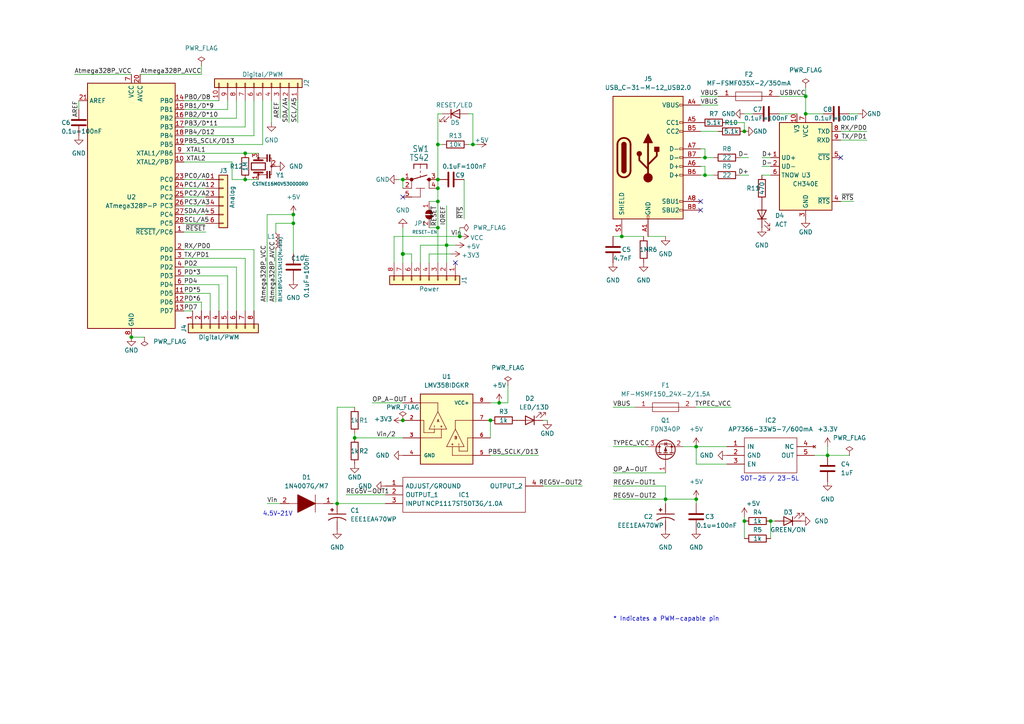
<source format=kicad_sch>
(kicad_sch (version 20211123) (generator eeschema)
  (paper "A4")
  (title_block (date "mar. 31 mars 2015"))
  (lib_symbols
    (symbol "1N4007G:1N4007G" (pin_names (offset 0.762))
      (property "Reference" "D" (at 11.43 5.08 0))
      (property "Value" "1N4007G" (at 11.43 2.54 0))
      (symbol "1N4007G_0_0"
        (pin passive line (at 0 0 0) (length 2.54) (name "~") (number "1"))
        (pin passive line (at 15.24 0 180) (length 2.54) (name "~") (number "2"))
      )
    )
    (symbol "AP7366-33W5-7:AP7366-33W5-7" (pin_names (offset 0.762))
      (property "Reference" "IC" (at 21.59 7.62 0))
      (property "Value" "AP7366-33W5-7" (at 21.59 5.08 0))
      (symbol "AP7366-33W5-7_0_0"
        (pin passive line (at 0 0 0) (length 5.08) (name "IN") (number "1"))
        (pin passive line (at 0 -2.54 0) (length 5.08) (name "GND") (number "2"))
        (pin passive line (at 0 -5.08 0) (length 5.08) (name "EN") (number "3"))
        (pin no_connect line (at 25.4 0 180) (length 5.08) (name "NC") (number "4"))
        (pin passive line (at 25.4 -2.54 180) (length 5.08) (name "OUT") (number "5"))
      )
    )
    (symbol "Connector:USB_C_Receptacle_USB2.0" (pin_names (offset 1.016))
      (property "Reference" "J" (at -10.16 19.05 0))
      (property "Value" "USB_C_Receptacle_USB2.0" (at 19.05 19.05 0))
      (symbol "USB_C_Receptacle_USB2.0_1_1"
        (pin passive line (at 0 -22.86 90) (length 5.08) (name "GND") (number "A1"))
        (pin passive line (at 0 -22.86 90) (length 5.08) hide (name "GND") (number "A12"))
        (pin passive line (at 15.24 15.24 180) (length 5.08) (name "VBUS") (number "A4"))
        (pin bidirectional line (at 15.24 10.16 180) (length 5.08) (name "CC1") (number "A5"))
        (pin bidirectional line (at 15.24 -2.54 180) (length 5.08) (name "D+") (number "A6"))
        (pin bidirectional line (at 15.24 2.54 180) (length 5.08) (name "D-") (number "A7"))
        (pin bidirectional line (at 15.24 -12.7 180) (length 5.08) (name "SBU1") (number "A8"))
        (pin passive line (at 15.24 15.24 180) (length 5.08) hide (name "VBUS") (number "A9"))
        (pin passive line (at 0 -22.86 90) (length 5.08) hide (name "GND") (number "B1"))
        (pin passive line (at 0 -22.86 90) (length 5.08) hide (name "GND") (number "B12"))
        (pin passive line (at 15.24 15.24 180) (length 5.08) hide (name "VBUS") (number "B4"))
        (pin bidirectional line (at 15.24 7.62 180) (length 5.08) (name "CC2") (number "B5"))
        (pin bidirectional line (at 15.24 -5.08 180) (length 5.08) (name "D+") (number "B6"))
        (pin bidirectional line (at 15.24 0 180) (length 5.08) (name "D-") (number "B7"))
        (pin bidirectional line (at 15.24 -15.24 180) (length 5.08) (name "SBU2") (number "B8"))
        (pin passive line (at 15.24 15.24 180) (length 5.08) hide (name "VBUS") (number "B9"))
        (pin passive line (at -7.62 -22.86 90) (length 5.08) (name "SHIELD") (number "S1"))
      )
    )
    (symbol "Connector_Generic:Conn_01x06" (pin_names (offset 1.016) hide)
      (property "Reference" "J" (at 0 7.62 0))
      (property "Value" "Conn_01x06" (at 0 -10.16 0))
      (symbol "Conn_01x06_1_1"
        (pin passive line (at -5.08 5.08 0) (length 3.81) (name "Pin_1") (number "1"))
        (pin passive line (at -5.08 2.54 0) (length 3.81) (name "Pin_2") (number "2"))
        (pin passive line (at -5.08 0 0) (length 3.81) (name "Pin_3") (number "3"))
        (pin passive line (at -5.08 -2.54 0) (length 3.81) (name "Pin_4") (number "4"))
        (pin passive line (at -5.08 -5.08 0) (length 3.81) (name "Pin_5") (number "5"))
        (pin passive line (at -5.08 -7.62 0) (length 3.81) (name "Pin_6") (number "6"))
      )
    )
    (symbol "Connector_Generic:Conn_01x08" (pin_names (offset 1.016) hide)
      (property "Reference" "J" (at 0 10.16 0))
      (property "Value" "Conn_01x08" (at 0 -12.7 0))
      (symbol "Conn_01x08_1_1"
        (pin passive line (at -5.08 7.62 0) (length 3.81) (name "Pin_1") (number "1"))
        (pin passive line (at -5.08 5.08 0) (length 3.81) (name "Pin_2") (number "2"))
        (pin passive line (at -5.08 2.54 0) (length 3.81) (name "Pin_3") (number "3"))
        (pin passive line (at -5.08 0 0) (length 3.81) (name "Pin_4") (number "4"))
        (pin passive line (at -5.08 -2.54 0) (length 3.81) (name "Pin_5") (number "5"))
        (pin passive line (at -5.08 -5.08 0) (length 3.81) (name "Pin_6") (number "6"))
        (pin passive line (at -5.08 -7.62 0) (length 3.81) (name "Pin_7") (number "7"))
        (pin passive line (at -5.08 -10.16 0) (length 3.81) (name "Pin_8") (number "8"))
      )
    )
    (symbol "Connector_Generic:Conn_01x10" (pin_names (offset 1.016) hide)
      (property "Reference" "J" (at 0 12.7 0))
      (property "Value" "Conn_01x10" (at 0 -15.24 0))
      (symbol "Conn_01x10_1_1"
        (pin passive line (at -5.08 10.16 0) (length 3.81) (name "Pin_1") (number "1"))
        (pin passive line (at -5.08 -12.7 0) (length 3.81) (name "Pin_10") (number "10"))
        (pin passive line (at -5.08 7.62 0) (length 3.81) (name "Pin_2") (number "2"))
        (pin passive line (at -5.08 5.08 0) (length 3.81) (name "Pin_3") (number "3"))
        (pin passive line (at -5.08 2.54 0) (length 3.81) (name "Pin_4") (number "4"))
        (pin passive line (at -5.08 0 0) (length 3.81) (name "Pin_5") (number "5"))
        (pin passive line (at -5.08 -2.54 0) (length 3.81) (name "Pin_6") (number "6"))
        (pin passive line (at -5.08 -5.08 0) (length 3.81) (name "Pin_7") (number "7"))
        (pin passive line (at -5.08 -7.62 0) (length 3.81) (name "Pin_8") (number "8"))
        (pin passive line (at -5.08 -10.16 0) (length 3.81) (name "Pin_9") (number "9"))
      )
    )
    (symbol "Device:C" (pin_numbers hide) (pin_names (offset 0.254))
      (property "Reference" "C" (at 0.635 2.54 0))
      (property "Value" "C" (at 0.635 -2.54 0))
      (symbol "C_1_1"
        (pin passive line (at 0 3.81 270) (length 2.794) (name "~") (number "1"))
        (pin passive line (at 0 -3.81 90) (length 2.794) (name "~") (number "2"))
      )
    )
    (symbol "Device:LED" (pin_numbers hide) (pin_names (offset 1.016) hide)
      (property "Reference" "D" (at 0 2.54 0))
      (property "Value" "LED" (at 0 -2.54 0))
      (symbol "LED_1_1"
        (pin passive line (at -3.81 0 0) (length 2.54) (name "K") (number "1"))
        (pin passive line (at 3.81 0 180) (length 2.54) (name "A") (number "2"))
      )
    )
    (symbol "Device:L_Ferrite_Small" (pin_numbers hide) (pin_names (offset 0.254) hide)
      (property "Reference" "L" (at 1.27 1.016 0))
      (property "Value" "L_Ferrite_Small" (at 1.27 -1.27 0))
      (symbol "L_Ferrite_Small_1_1"
        (pin passive line (at 0 2.54 270) (length 0.508) (name "~") (number "1"))
        (pin passive line (at 0 -2.54 90) (length 0.508) (name "~") (number "2"))
      )
    )
    (symbol "Device:R" (pin_numbers hide) (pin_names (offset 0))
      (property "Reference" "R" (at 2.032 0 90))
      (property "Value" "R" (at 0 0 90))
      (symbol "R_1_1"
        (pin passive line (at 0 3.81 270) (length 1.27) (name "~") (number "1"))
        (pin passive line (at 0 -3.81 90) (length 1.27) (name "~") (number "2"))
      )
    )
    (symbol "Device:Resonator" (pin_names (offset 1.016) hide)
      (property "Reference" "Y" (at 0 5.715 0))
      (property "Value" "Resonator" (at 0 3.81 0))
      (symbol "Resonator_1_1"
        (pin passive line (at -3.81 0 0) (length 1.27) (name "1") (number "1"))
        (pin passive line (at 0 -5.08 90) (length 1.27) (name "2") (number "2"))
        (pin passive line (at 3.81 0 180) (length 1.27) (name "3") (number "3"))
      )
    )
    (symbol "EEE1EA470WP:EEE1EA470WP" (pin_numbers hide) (pin_names (offset 1.016) hide)
      (property "Reference" "C" (at -2.54 3.81 0))
      (property "Value" "EEE1EA470WP" (at -2.54 -5.08 0))
      (symbol "EEE1EA470WP_0_0"
        (pin passive line (at -2.54 0 0) (length 2.54) (name "~") (number "1"))
        (pin passive line (at 5.08 0 180) (length 2.54) (name "~") (number "2"))
      )
    )
    (symbol "Interface_USB:CH340E"
      (property "Reference" "U" (at -5.08 13.97 0))
      (property "Value" "CH340E" (at 1.27 13.97 0))
      (symbol "CH340E_1_1"
        (pin bidirectional line (at -10.16 2.54 0) (length 2.54) (name "UD+") (number "1"))
        (pin passive line (at -2.54 15.24 270) (length 2.54) (name "V3") (number "10"))
        (pin bidirectional line (at -10.16 0 0) (length 2.54) (name "UD-") (number "2"))
        (pin power_in line (at 0 -15.24 90) (length 2.54) (name "GND") (number "3"))
        (pin output line (at 10.16 -10.16 180) (length 2.54) (name "~{RTS}") (number "4"))
        (pin input line (at 10.16 2.54 180) (length 2.54) (name "~{CTS}") (number "5"))
        (pin output line (at -10.16 -2.54 0) (length 2.54) (name "TNOW") (number "6"))
        (pin power_in line (at 0 15.24 270) (length 2.54) (name "VCC") (number "7"))
        (pin output line (at 10.16 10.16 180) (length 2.54) (name "TXD") (number "8"))
        (pin input line (at 10.16 7.62 180) (length 2.54) (name "RXD") (number "9"))
      )
    )
    (symbol "Jumper:SolderJumper_2_Open" (pin_names (offset 0) hide)
      (property "Reference" "JP" (at 0 2.032 0))
      (property "Value" "SolderJumper_2_Open" (at 0 -2.54 0))
      (symbol "SolderJumper_2_Open_1_1"
        (pin passive line (at -3.81 0 0) (length 2.54) (name "A") (number "1"))
        (pin passive line (at 3.81 0 180) (length 2.54) (name "B") (number "2"))
      )
    )
    (symbol "LMV358IDGKR:LMV358IDGKR" (pin_names (offset 1.016))
      (property "Reference" "U" (at -7.62 10.16 0))
      (property "Value" "LMV358IDGKR" (at -7.62 -12.7 0))
      (symbol "LMV358IDGKR_0_0"
        (text "A" (at -2.921 1.9558 0) (effects (font (size 0.8128 0.8128)) (justify left bottom)))
        (text "B" (at 2.159 -2.9718 0) (effects (font (size 0.8128 0.8128)) (justify left bottom)))
        (pin output line (at -12.7 7.62 0) (length 5.08) (name "~") (number "1"))
        (pin input line (at -12.7 2.54 0) (length 5.08) (name "~") (number "2"))
        (pin input line (at -12.7 -2.54 0) (length 5.08) (name "~") (number "3"))
        (pin power_in line (at -12.7 -7.62 0) (length 5.08) (name "GND") (number "4"))
        (pin input line (at 12.7 -7.62 180) (length 5.08) (name "~") (number "5"))
        (pin input line (at 12.7 -2.54 180) (length 5.08) (name "~") (number "6"))
        (pin output line (at 12.7 2.54 180) (length 5.08) (name "~") (number "7"))
        (pin power_in line (at 12.7 7.62 180) (length 5.08) (name "VCC+") (number "8"))
      )
    )
    (symbol "MCU_Microchip_ATmega:ATmega328P-P"
      (property "Reference" "U" (at -12.7 36.83 0))
      (property "Value" "ATmega328P-P" (at 2.54 -36.83 0))
      (symbol "ATmega328P-P_1_1"
        (pin bidirectional line (at 15.24 -7.62 180) (length 2.54) (name "~{RESET}/PC6") (number "1"))
        (pin bidirectional line (at 15.24 12.7 180) (length 2.54) (name "XTAL2/PB7") (number "10"))
        (pin bidirectional line (at 15.24 -25.4 180) (length 2.54) (name "PD5") (number "11"))
        (pin bidirectional line (at 15.24 -27.94 180) (length 2.54) (name "PD6") (number "12"))
        (pin bidirectional line (at 15.24 -30.48 180) (length 2.54) (name "PD7") (number "13"))
        (pin bidirectional line (at 15.24 30.48 180) (length 2.54) (name "PB0") (number "14"))
        (pin bidirectional line (at 15.24 27.94 180) (length 2.54) (name "PB1") (number "15"))
        (pin bidirectional line (at 15.24 25.4 180) (length 2.54) (name "PB2") (number "16"))
        (pin bidirectional line (at 15.24 22.86 180) (length 2.54) (name "PB3") (number "17"))
        (pin bidirectional line (at 15.24 20.32 180) (length 2.54) (name "PB4") (number "18"))
        (pin bidirectional line (at 15.24 17.78 180) (length 2.54) (name "PB5") (number "19"))
        (pin bidirectional line (at 15.24 -12.7 180) (length 2.54) (name "PD0") (number "2"))
        (pin power_in line (at 2.54 38.1 270) (length 2.54) (name "AVCC") (number "20"))
        (pin passive line (at -15.24 30.48 0) (length 2.54) (name "AREF") (number "21"))
        (pin passive line (at 0 -38.1 90) (length 2.54) hide (name "GND") (number "22"))
        (pin bidirectional line (at 15.24 7.62 180) (length 2.54) (name "PC0") (number "23"))
        (pin bidirectional line (at 15.24 5.08 180) (length 2.54) (name "PC1") (number "24"))
        (pin bidirectional line (at 15.24 2.54 180) (length 2.54) (name "PC2") (number "25"))
        (pin bidirectional line (at 15.24 0 180) (length 2.54) (name "PC3") (number "26"))
        (pin bidirectional line (at 15.24 -2.54 180) (length 2.54) (name "PC4") (number "27"))
        (pin bidirectional line (at 15.24 -5.08 180) (length 2.54) (name "PC5") (number "28"))
        (pin bidirectional line (at 15.24 -15.24 180) (length 2.54) (name "PD1") (number "3"))
        (pin bidirectional line (at 15.24 -17.78 180) (length 2.54) (name "PD2") (number "4"))
        (pin bidirectional line (at 15.24 -20.32 180) (length 2.54) (name "PD3") (number "5"))
        (pin bidirectional line (at 15.24 -22.86 180) (length 2.54) (name "PD4") (number "6"))
        (pin power_in line (at 0 38.1 270) (length 2.54) (name "VCC") (number "7"))
        (pin power_in line (at 0 -38.1 90) (length 2.54) (name "GND") (number "8"))
        (pin bidirectional line (at 15.24 15.24 180) (length 2.54) (name "XTAL1/PB6") (number "9"))
      )
    )
    (symbol "MF-FSMF035X-2:MF-FSMF035X-2" (pin_names (offset 0.762))
      (property "Reference" "F" (at 13.97 6.35 0))
      (property "Value" "MF-FSMF035X-2" (at 13.97 3.81 0))
      (symbol "MF-FSMF035X-2_0_0"
        (pin passive line (at 0 0 0) (length 5.08) (name "~") (number "1"))
        (pin passive line (at 17.78 0 180) (length 5.08) (name "~") (number "2"))
      )
    )
    (symbol "MF-MSMF150_24X-2:MF-MSMF150_24X-2" (pin_names (offset 0.762))
      (property "Reference" "F" (at 13.97 6.35 0))
      (property "Value" "MF-MSMF150_24X-2" (at 13.97 3.81 0))
      (symbol "MF-MSMF150_24X-2_0_0"
        (pin passive line (at 0 0 0) (length 5.08) (name "~") (number "1"))
        (pin passive line (at 17.78 0 180) (length 5.08) (name "~") (number "2"))
      )
    )
    (symbol "NCP1117ST50T3G:NCP1117ST50T3G" (pin_names (offset 0.762))
      (property "Reference" "IC" (at 41.91 7.62 0))
      (property "Value" "NCP1117ST50T3G" (at 41.91 5.08 0))
      (symbol "NCP1117ST50T3G_0_0"
        (pin passive line (at 0 0 0) (length 5.08) (name "ADJUST/GROUND") (number "1"))
        (pin passive line (at 0 -2.54 0) (length 5.08) (name "OUTPUT_1") (number "2"))
        (pin passive line (at 0 -5.08 0) (length 5.08) (name "INPUT") (number "3"))
        (pin passive line (at 45.72 0 180) (length 5.08) (name "OUTPUT_2") (number "4"))
      )
    )
    (symbol "Transistor_FET:FDN340P" (pin_names hide)
      (property "Reference" "Q" (at 5.08 1.905 0))
      (property "Value" "FDN340P" (at 5.08 0 0))
      (symbol "FDN340P_1_1"
        (pin input line (at -5.08 0 0) (length 2.54) (name "G") (number "1"))
        (pin passive line (at 2.54 -5.08 90) (length 2.54) (name "S") (number "2"))
        (pin passive line (at 2.54 5.08 270) (length 2.54) (name "D") (number "3"))
      )
    )
    (symbol "UNO-TH_Rev3e-eagle-import:TS42"
      (property "Value" "TS42" (at -3.81 3.175 90))
      (symbol "TS42_1_0"
        (pin passive line (at 0 -5.08 90) (length 2.54) (name "1") (number "1"))
        (pin passive line (at 2.54 -5.08 90) (length 2.54) (name "2") (number "2"))
        (pin passive line (at 0 5.08 270) (length 2.54) (name "3") (number "3"))
        (pin passive line (at 2.54 5.08 270) (length 2.54) (name "4") (number "4"))
        (pin power_in line (at 5.08 -5.08 90) (length 2.54) (name "5-GND") (number "5"))
      )
    )
    (symbol "power:+3.3V" (power) (pin_names (offset 0))
      (property "Value" "+3.3V" (at 0 3.556 0))
      (symbol "+3.3V_1_1"
        (pin power_in line (at 0 0 90) (length 0) hide (name "+3.3V") (number "1"))
      )
    )
    (symbol "power:+3V3" (power) (pin_names (offset 0))
      (property "Value" "+3V3" (at 0 3.556 0))
      (symbol "+3V3_1_1"
        (pin power_in line (at 0 0 90) (length 0) hide (name "+3V3") (number "1"))
      )
    )
    (symbol "power:+5V" (power) (pin_names (offset 0))
      (property "Value" "+5V" (at 0 3.556 0))
      (symbol "+5V_1_1"
        (pin power_in line (at 0 0 90) (length 0) hide (name "+5V") (number "1"))
      )
    )
    (symbol "power:GND" (power) (pin_names (offset 0))
      (property "Value" "GND" (at 0 -3.81 0))
      (symbol "GND_1_1"
        (pin power_in line (at 0 0 270) (length 0) hide (name "GND") (number "1"))
      )
    )
    (symbol "power:PWR_FLAG" (power) (pin_numbers hide) (pin_names (offset 0) hide)
      (property "Value" "PWR_FLAG" (at 0 3.81 0))
      (symbol "PWR_FLAG_0_0"
        (pin power_out line (at 0 0 90) (length 0) (name "pwr") (number "1"))
      )
    )
    (symbol "power:VCC" (power) (pin_names (offset 0))
      (property "Value" "VCC" (at 0 3.81 0))
      (symbol "VCC_1_1"
        (pin power_in line (at 0 0 90) (length 0) hide (name "VCC") (number "1"))
      )
    )
  )
  (junction (at 133.35 68.58))
  (junction (at 215.9 151.13))
  (junction (at 102.87 127))
  (junction (at 137.16 41.91))
  (junction (at 180.34 68.58))
  (junction (at 144.78 116.84))
  (junction (at 193.04 144.78))
  (junction (at 215.9 38.1))
  (junction (at 127 58.42))
  (junction (at 204.47 50.8))
  (junction (at 116.84 121.92))
  (junction (at 142.24 121.92))
  (junction (at 85.09 62.23))
  (junction (at 71.12 52.07))
  (junction (at 85.09 64.77))
  (junction (at 240.03 132.08))
  (junction (at 129.54 71.12))
  (junction (at 201.93 144.78))
  (junction (at 127 41.91))
  (junction (at 204.47 45.72))
  (junction (at 116.84 52.07))
  (junction (at 71.12 44.45))
  (junction (at 127 52.07))
  (junction (at 223.52 151.13))
  (junction (at 116.84 73.66) (diameter 1.016))
  (junction (at 127 54.61))
  (junction (at 233.68 27.94))
  (junction (at 97.79 146.05))
  (junction (at 127 66.04))
  (junction (at 233.68 33.02))
  (junction (at 201.93 129.54))
  (junction (at 38.1 97.79))
  (no_connect (at 243.84 45.72))
  (no_connect (at 203.2 60.96))
  (no_connect (at 132.08 76.2))
  (no_connect (at 116.84 57.15))
  (no_connect (at 203.2 58.42))
  (wire (pts (xy 73.66 29.21) (xy 73.66 39.37)))
  (wire (pts (xy 177.8 68.58) (xy 180.34 68.58)))
  (wire (pts (xy 63.5 90.17) (xy 63.5 82.55)))
  (wire (pts (xy 127 66.04) (xy 127 76.2)))
  (wire (pts (xy 127 66.04) (xy 124.46 66.04)))
  (wire (pts (xy 129.54 71.12) (xy 129.54 76.2)))
  (wire (pts (xy 203.2 27.94) (xy 208.28 27.94)))
  (wire (pts (xy 77.47 146.05) (xy 81.28 146.05)))
  (wire (pts (xy 53.34 44.45) (xy 71.12 44.45)))
  (wire (pts (xy 119.38 73.66) (xy 116.84 73.66)))
  (wire (pts (xy 177.8 144.78) (xy 193.04 144.78)))
  (wire (pts (xy 124.46 73.66) (xy 124.46 76.2)))
  (wire (pts (xy 86.36 29.21) (xy 86.36 35.56)))
  (wire (pts (xy 157.48 140.97) (xy 168.91 140.97)))
  (wire (pts (xy 129.54 59.69) (xy 129.54 71.12)))
  (wire (pts (xy 142.24 132.08) (xy 156.21 132.08)))
  (wire (pts (xy 133.35 68.58) (xy 114.3 68.58)))
  (wire (pts (xy 215.9 149.86) (xy 215.9 151.13)))
  (wire (pts (xy 215.9 33.02) (xy 218.44 33.02)))
  (wire (pts (xy 127 41.91) (xy 127 52.07)))
  (wire (pts (xy 66.04 90.17) (xy 66.04 80.01)))
  (wire (pts (xy 214.63 45.72) (xy 217.17 45.72)))
  (wire (pts (xy 180.34 68.58) (xy 186.69 68.58)))
  (wire (pts (xy 100.33 143.51) (xy 111.76 143.51)))
  (wire (pts (xy 63.5 82.55) (xy 53.34 82.55)))
  (wire (pts (xy 243.84 40.64) (xy 251.46 40.64)))
  (wire (pts (xy 204.47 50.8) (xy 207.01 50.8)))
  (wire (pts (xy 76.2 29.21) (xy 76.2 41.91)))
  (wire (pts (xy 85.09 62.23) (xy 85.09 64.77)))
  (wire (pts (xy 73.66 39.37) (xy 53.34 39.37)))
  (wire (pts (xy 59.69 62.23) (xy 53.34 62.23)))
  (wire (pts (xy 220.98 45.72) (xy 223.52 45.72)))
  (wire (pts (xy 220.98 50.8) (xy 223.52 50.8)))
  (wire (pts (xy 71.12 74.93) (xy 53.34 74.93)))
  (wire (pts (xy 233.68 27.94) (xy 233.68 33.02)))
  (wire (pts (xy 71.12 52.07) (xy 74.93 52.07)))
  (wire (pts (xy 68.58 29.21) (xy 68.58 34.29)))
  (wire (pts (xy 116.84 73.66) (xy 116.84 66.04)))
  (wire (pts (xy 80.01 72.39) (xy 80.01 87.63)))
  (wire (pts (xy 158.75 121.92) (xy 157.48 121.92)))
  (wire (pts (xy 204.47 48.26) (xy 204.47 50.8)))
  (wire (pts (xy 53.34 54.61) (xy 59.69 54.61)))
  (wire (pts (xy 138.43 41.91) (xy 137.16 41.91)))
  (wire (pts (xy 71.12 44.45) (xy 74.93 44.45)))
  (wire (pts (xy 177.8 137.16) (xy 193.04 137.16)))
  (wire (pts (xy 137.16 33.02) (xy 135.89 33.02)))
  (wire (pts (xy 130.81 73.66) (xy 124.46 73.66)))
  (wire (pts (xy 53.34 29.21) (xy 63.5 29.21)))
  (wire (pts (xy 215.9 35.56) (xy 215.9 38.1)))
  (wire (pts (xy 236.22 132.08) (xy 240.03 132.08)))
  (wire (pts (xy 132.08 71.12) (xy 129.54 71.12)))
  (wire (pts (xy 212.09 118.11) (xy 201.93 118.11)))
  (wire (pts (xy 38.1 21.59) (xy 21.59 21.59)))
  (wire (pts (xy 204.47 45.72) (xy 207.01 45.72)))
  (wire (pts (xy 127 58.42) (xy 127 66.04)))
  (wire (pts (xy 59.69 57.15) (xy 53.34 57.15)))
  (wire (pts (xy 59.69 67.31) (xy 53.34 67.31)))
  (wire (pts (xy 137.16 41.91) (xy 135.89 41.91)))
  (wire (pts (xy 102.87 118.11) (xy 97.79 118.11)))
  (wire (pts (xy 127 54.61) (xy 127 58.42)))
  (wire (pts (xy 102.87 127) (xy 116.84 127)))
  (wire (pts (xy 58.42 87.63) (xy 53.34 87.63)))
  (wire (pts (xy 201.93 129.54) (xy 210.82 129.54)))
  (wire (pts (xy 203.2 38.1) (xy 208.28 38.1)))
  (wire (pts (xy 68.58 34.29) (xy 53.34 34.29)))
  (wire (pts (xy 210.82 134.62) (xy 201.93 134.62)))
  (wire (pts (xy 220.98 48.26) (xy 223.52 48.26)))
  (wire (pts (xy 246.38 33.02) (xy 248.92 33.02)))
  (wire (pts (xy 78.74 29.21) (xy 78.74 35.56)))
  (wire (pts (xy 71.12 52.07) (xy 67.31 52.07)))
  (wire (pts (xy 201.93 134.62) (xy 201.93 129.54)))
  (wire (pts (xy 40.64 21.59) (xy 58.42 21.59)))
  (wire (pts (xy 147.32 111.76) (xy 147.32 116.84)))
  (wire (pts (xy 214.63 50.8) (xy 217.17 50.8)))
  (wire (pts (xy 226.06 33.02) (xy 231.14 33.02)))
  (wire (pts (xy 134.62 52.07) (xy 134.62 63.5)))
  (wire (pts (xy 203.2 30.48) (xy 208.28 30.48)))
  (wire (pts (xy 71.12 90.17) (xy 71.12 74.93)))
  (wire (pts (xy 193.04 146.05) (xy 193.04 144.78)))
  (wire (pts (xy 203.2 50.8) (xy 204.47 50.8)))
  (wire (pts (xy 127 52.07) (xy 127 54.61)))
  (wire (pts (xy 226.06 27.94) (xy 233.68 27.94)))
  (wire (pts (xy 119.38 76.2) (xy 119.38 73.66)))
  (wire (pts (xy 85.09 73.66) (xy 85.09 64.77)))
  (wire (pts (xy 53.34 59.69) (xy 59.69 59.69)))
  (wire (pts (xy 243.84 38.1) (xy 251.46 38.1)))
  (wire (pts (xy 38.1 97.79) (xy 41.91 97.79)))
  (wire (pts (xy 223.52 151.13) (xy 224.79 151.13)))
  (wire (pts (xy 71.12 29.21) (xy 71.12 36.83)))
  (wire (pts (xy 127 58.42) (xy 124.46 58.42)))
  (wire (pts (xy 73.66 90.17) (xy 73.66 72.39)))
  (wire (pts (xy 66.04 31.75) (xy 53.34 31.75)))
  (wire (pts (xy 71.12 36.83) (xy 53.34 36.83)))
  (wire (pts (xy 114.3 76.2) (xy 114.3 68.58)))
  (wire (pts (xy 80.01 64.77) (xy 80.01 67.31)))
  (wire (pts (xy 121.92 71.12) (xy 121.92 76.2)))
  (wire (pts (xy 133.35 66.04) (xy 133.35 68.58)))
  (wire (pts (xy 215.9 151.13) (xy 215.9 156.21)))
  (wire (pts (xy 142.24 116.84) (xy 144.78 116.84)))
  (wire (pts (xy 96.52 146.05) (xy 97.79 146.05)))
  (wire (pts (xy 193.04 144.78) (xy 193.04 140.97)))
  (wire (pts (xy 243.84 58.42) (xy 247.65 58.42)))
  (wire (pts (xy 76.2 41.91) (xy 53.34 41.91)))
  (wire (pts (xy 73.66 72.39) (xy 53.34 72.39)))
  (wire (pts (xy 102.87 125.73) (xy 102.87 127)))
  (wire (pts (xy 66.04 29.21) (xy 66.04 31.75)))
  (wire (pts (xy 233.68 25.4) (xy 233.68 27.94)))
  (wire (pts (xy 68.58 77.47) (xy 53.34 77.47)))
  (wire (pts (xy 53.34 46.99) (xy 67.31 46.99)))
  (wire (pts (xy 142.24 121.92) (xy 142.24 127)))
  (wire (pts (xy 116.84 52.07) (xy 116.84 54.61)))
  (wire (pts (xy 127 33.02) (xy 127 41.91)))
  (wire (pts (xy 177.8 129.54) (xy 187.96 129.54)))
  (wire (pts (xy 210.82 35.56) (xy 215.9 35.56)))
  (wire (pts (xy 193.04 144.78) (xy 201.93 144.78)))
  (wire (pts (xy 177.8 118.11) (xy 184.15 118.11)))
  (wire (pts (xy 223.52 151.13) (xy 223.52 156.21)))
  (wire (pts (xy 53.34 90.17) (xy 55.88 90.17)))
  (wire (pts (xy 240.03 132.08) (xy 240.03 129.54)))
  (wire (pts (xy 129.54 71.12) (xy 121.92 71.12)))
  (wire (pts (xy 68.58 90.17) (xy 68.58 77.47)))
  (wire (pts (xy 203.2 43.18) (xy 204.47 43.18)))
  (wire (pts (xy 127 33.02) (xy 128.27 33.02)))
  (wire (pts (xy 77.47 62.23) (xy 77.47 87.63)))
  (wire (pts (xy 240.03 132.08) (xy 246.38 132.08)))
  (wire (pts (xy 193.04 68.58) (xy 187.96 68.58)))
  (wire (pts (xy 115.57 52.07) (xy 116.84 52.07)))
  (wire (pts (xy 147.32 116.84) (xy 144.78 116.84)))
  (wire (pts (xy 203.2 45.72) (xy 204.47 45.72)))
  (wire (pts (xy 137.16 33.02) (xy 137.16 41.91)))
  (wire (pts (xy 59.69 52.07) (xy 53.34 52.07)))
  (wire (pts (xy 58.42 19.05) (xy 58.42 21.59)))
  (wire (pts (xy 97.79 146.05) (xy 111.76 146.05)))
  (wire (pts (xy 198.12 129.54) (xy 201.93 129.54)))
  (wire (pts (xy 128.27 41.91) (xy 127 41.91)))
  (wire (pts (xy 97.79 118.11) (xy 97.79 146.05)))
  (wire (pts (xy 22.86 31.75) (xy 22.86 29.21)))
  (wire (pts (xy 60.96 85.09) (xy 53.34 85.09)))
  (wire (pts (xy 77.47 62.23) (xy 85.09 62.23)))
  (wire (pts (xy 53.34 64.77) (xy 59.69 64.77)))
  (wire (pts (xy 116.84 76.2) (xy 116.84 73.66)))
  (wire (pts (xy 201.93 146.05) (xy 201.93 144.78)))
  (wire (pts (xy 233.68 33.02) (xy 238.76 33.02)))
  (wire (pts (xy 58.42 90.17) (xy 58.42 87.63)))
  (wire (pts (xy 60.96 90.17) (xy 60.96 85.09)))
  (wire (pts (xy 107.95 116.84) (xy 116.84 116.84)))
  (wire (pts (xy 83.82 29.21) (xy 83.82 35.56)))
  (wire (pts (xy 80.01 64.77) (xy 85.09 64.77)))
  (wire (pts (xy 67.31 52.07) (xy 67.31 46.99)))
  (wire (pts (xy 66.04 80.01) (xy 53.34 80.01)))
  (wire (pts (xy 203.2 48.26) (xy 204.47 48.26)))
  (wire (pts (xy 204.47 43.18) (xy 204.47 45.72)))
  (wire (pts (xy 81.28 29.21) (xy 81.28 34.29)))
  (wire (pts (xy 193.04 140.97) (xy 177.8 140.97)))
  (text "4.5V~21V" (at 76.2 149.86 0) (effects (font (size 1.27 1.27)) (justify left bottom)))
  (text "SOT-25 / 23-5L" (at 214.63 139.7 0) (effects (font (size 1.27 1.27)) (justify left bottom)))
  (text "* Indicates a PWM-capable pin" (at 177.8 180.34 0) (effects (font (size 1.27 1.27)) (justify left bottom)))
  (label "Vin" (at 130.81 68.58 0))
  (label "Atmega328P_AVCC" (at 58.42 21.59 180))
  (label "REG5V-OUT2" (at 177.8 144.78 0))
  (label "PD*5" (at 53.34 85.09 0))
  (label "TYPEC_VCC" (at 212.09 118.11 180))
  (label "Vin" (at 77.47 146.05 0))
  (label "SDA{slash}A4" (at 53.34 62.23 0))
  (label "~{RESET}" (at 59.69 67.31 180))
  (label "REG5V-OUT1" (at 177.8 140.97 0))
  (label "REG5V-OUT2" (at 168.91 140.97 180))
  (label "PC0{slash}A0" (at 53.34 52.07 0))
  (label "D+" (at 220.98 45.72 0))
  (label "PC3{slash}A3" (at 53.34 59.69 0))
  (label "XTAL1" (at 59.69 44.45 180))
  (label "USBVCC" (at 226.06 27.94 0))
  (label "VBUS" (at 208.28 30.48 180))
  (label "PB1{slash}D*9" (at 53.34 31.75 0))
  (label "~{RESET}" (at 127 59.69 270))
  (label "PD7" (at 53.34 90.17 0))
  (label "PB3{slash}D*11" (at 53.34 36.83 0))
  (label "OP_A-OUT" (at 177.8 137.16 0))
  (label "SCL{slash}A5" (at 86.36 35.56 90))
  (label "D-" (at 217.17 45.72 180))
  (label "AREF" (at 22.86 29.21 270))
  (label "D+" (at 217.17 50.8 180))
  (label "PB0{slash}D8" (at 53.34 29.21 0))
  (label "PD*6" (at 53.34 87.63 0))
  (label "TYPEC_VCC" (at 177.8 129.54 0))
  (label "SCL{slash}A5" (at 53.34 64.77 0))
  (label "PC2{slash}A2" (at 53.34 57.15 0))
  (label "PC1{slash}A1" (at 53.34 54.61 0))
  (label "~{RTS}" (at 247.65 58.42 180))
  (label "Vin{slash}2" (at 109.22 127 0))
  (label "VBUS" (at 177.8 118.11 0))
  (label "Atmega328P_AVCC" (at 80.01 87.63 90))
  (label "~{RTS}" (at 134.62 63.5 90))
  (label "PB2{slash}D*10" (at 53.34 34.29 0))
  (label "TX{slash}PD1" (at 53.34 74.93 0))
  (label "PB5_SCLK{slash}D13" (at 53.34 41.91 0))
  (label "TX{slash}PD1" (at 251.46 40.64 180))
  (label "Atmega328P_VCC" (at 77.47 87.63 90))
  (label "REG5V-OUT1" (at 100.33 143.51 0))
  (label "Atmega328P_VCC" (at 21.59 21.59 0))
  (label "XTAL2" (at 59.69 46.99 180))
  (label "PB4{slash}D12" (at 53.34 39.37 0))
  (label "PD*3" (at 53.34 80.01 0))
  (label "AREF" (at 81.28 34.29 90))
  (label "RX{slash}PD0" (at 251.46 38.1 180))
  (label "RX{slash}PD0" (at 53.34 72.39 0))
  (label "OP_A-OUT" (at 107.95 116.84 0))
  (label "IOREF" (at 129.54 59.69 270))
  (label "SDA{slash}A4" (at 83.82 35.56 90))
  (label "PB5_SCLK{slash}D13" (at 156.21 132.08 180))
  (label "PD4" (at 53.34 82.55 0))
  (label "D-" (at 220.98 48.26 0))
  (label "PD2" (at 53.34 77.47 0))
  (label "VBUS" (at 203.2 27.94 0))
  (symbol (lib_id "Device:LED") (at 228.6 151.13 180) (unit 1)
    (property "Reference" "D3" (at 228.6 148.59 0))
    (property "Value" "GREEN/ON" (at 228.6 153.67 0))
  )
  (symbol (lib_id "Device:C") (at 22.86 35.56 0) (unit 1)
    (property "Reference" "C6" (at 17.78 35.56 0) (effects (justify left)))
    (property "Value" "0.1u=100nF" (at 17.78 38.1 0) (effects (justify left)))
  )
  (symbol (lib_id "power:+5V") (at 201.93 144.78 0) (unit 1)
    (property "Reference" "#PWR010" (effects hide))
    (property "Value" "+5V" (at 201.93 139.7 0))
  )
  (symbol (lib_id "Device:R") (at 220.98 54.61 180) (unit 1)
    (property "Reference" "R11" (at 218.44 54.61 0))
    (property "Value" "470" (at 220.98 54.61 90))
  )
  (symbol (lib_id "Device:C") (at 240.03 135.89 0) (unit 1)
    (property "Reference" "C4" (at 243.84 134.6199 0) (effects (justify left)))
    (property "Value" "1uF" (at 243.84 137.1599 0) (effects (justify left)))
  )
  (symbol (lib_id "power:PWR_FLAG") (at 116.84 121.92 0) (unit 1)
    (property "Reference" "#FLG0103" (effects hide))
    (property "Value" "PWR_FLAG" (at 116.84 118.11 0))
  )
  (symbol (lib_id "power:GND") (at 158.75 121.92 0) (unit 1)
    (property "Reference" "#PWR07" (effects hide))
    (property "Value" "GND" (at 158.75 125.73 0))
  )
  (symbol (lib_id "power:GND") (at 248.92 33.02 90) (unit 1)
    (property "Reference" "#PWR026" (effects hide))
    (property "Value" "GND" (at 251.46 33.02 90) (effects (justify right)))
  )
  (symbol (lib_id "Device:R") (at 146.05 121.92 90) (unit 1)
    (property "Reference" "R3" (at 146.05 119.38 90))
    (property "Value" "1k" (at 146.05 121.92 90))
  )
  (symbol (lib_id "power:GND") (at 38.1 97.79 0) (unit 1)
    (property "Reference" "#PWR024" (effects hide))
    (property "Value" "GND" (at 38.1 101.6 0))
  )
  (symbol (lib_id "Device:R") (at 212.09 38.1 90) (unit 1)
    (property "Reference" "R10" (at 212.09 35.56 90))
    (property "Value" "5.1k" (at 212.09 38.1 90))
  )
  (symbol (lib_id "Connector_Generic:Conn_01x08") (at 124.46 81.28 270) (unit 1)
    (property "Reference" "J1" (at 134.62 81.28 0))
    (property "Value" "Power" (at 124.46 83.82 90))
    (property "Footprint" "Connector_PinSocket_2.54mm:PinSocket_1x08_P2.54mm_Vertical" (effects hide))
  )
  (symbol (lib_id "Device:R") (at 210.82 50.8 90) (unit 1)
    (property "Reference" "R9" (at 210.82 48.26 90))
    (property "Value" "22" (at 210.82 50.8 90))
  )
  (symbol (lib_id "power:GND") (at 193.04 153.67 0) (unit 1)
    (property "Reference" "#PWR08" (effects hide))
    (property "Value" "GND" (at 193.04 158.75 0))
  )
  (symbol (lib_id "Device:LED") (at 132.08 33.02 0) (unit 1)
    (property "Reference" "D5" (at 133.35 35.56 0) (effects (justify right)))
    (property "Value" "RESET/LED" (at 137.16 30.48 0) (effects (justify right)))
  )
  (symbol (lib_id "Device:C") (at 242.57 33.02 90) (unit 1)
    (property "Reference" "C8" (at 240.03 31.75 90))
    (property "Value" "0.1uF=100nF" (at 242.57 34.29 90))
  )
  (symbol (lib_id "power:GND") (at 220.98 66.04 0) (unit 1)
    (property "Reference" "#PWR023" (effects hide))
    (property "Value" "GND" (at 220.98 71.12 0))
  )
  (symbol (lib_id "EEE1EA470WP:EEE1EA470WP") (at 97.79 148.59 270) (unit 1)
    (property "Reference" "C1" (at 101.6 148.0438 90) (effects (justify left)))
    (property "Value" "EEE1EA470WP" (at 101.6 150.5838 90) (effects (justify left)))
    (property "Footprint" "CAP_EEE1EA470WP" (effects hide))
    (property "STANDARD" "Manufacturer Recommendations" (effects hide))
    (property "MAXIMUM_PACKAGE_HEIGHT" "5.4mm" (effects hide))
    (property "MANUFACTURER" "Panasonic" (effects hide))
    (property "PARTREV" "10-Oct-19" (effects hide))
  )
  (symbol (lib_id "Device:Resonator") (at 74.93 48.26 90) (unit 1)
    (property "Reference" "Y1" (at 81.28 50.8 90))
    (property "Value" "CSTNE16M0V530000R0" (at 81.28 53.34 90) (effects (font (size 0.94 0.94))))
  )
  (symbol (lib_id "1N4007G:1N4007G") (at 96.52 146.05 180) (unit 1)
    (property "Reference" "D1" (at 88.9 138.43 0))
    (property "Value" "1N4007G/M7" (at 88.9 140.97 0))
    (property "Footprint" "DIOM5025X220N" (effects hide))
    (property "Datasheet" "https://datasheet.lcsc.com/szlcsc/SK-1N4007G_C111122.pdf" (effects hide))
    (property "Description" "Surface Mount General Purpose Silicon Rectifiers" (effects hide))
    (property "Height" "2.2" (effects hide))
    (property "Manufacturer_Name" "Shikues" (effects hide))
    (property "Manufacturer_Part_Number" "1N4007G" (effects hide))
  )
  (symbol (lib_id "Device:L_Ferrite_Small") (at 80.01 69.85 0) (unit 1)
    (property "Reference" "L1" (at 77.47 68.58 0) (effects (justify left)))
    (property "Value" "BLM18PG471SN1D(Murata)" (at 81.28 87.63 90) (effects (font (size 0.94 0.94)) (justify left)))
  )
  (symbol (lib_id "power:GND") (at 177.8 76.2 0) (unit 1)
    (property "Reference" "#PWR017" (effects hide))
    (property "Value" "GND" (at 177.8 81.28 0))
  )
  (symbol (lib_id "power:PWR_FLAG") (at 58.42 19.05 0) (unit 1)
    (property "Reference" "#FLG0102" (effects hide))
    (property "Value" "PWR_FLAG" (at 58.42 13.97 0))
  )
  (symbol (lib_id "NCP1117ST50T3G:NCP1117ST50T3G") (at 111.76 140.97 0) (unit 1)
    (property "Reference" "IC1" (at 134.62 143.51 0))
    (property "Value" "NCP1117ST50T3G/1.0A" (at 134.62 146.05 0))
    (property "Footprint" "SOT230P700X180-4N" (effects hide))
    (property "Datasheet" "http://www.onsemi.com/pub/Collateral/NCP1117-D.PDF" (effects hide))
    (property "Description" "ON SEMICONDUCTOR - NCP1117ST50T3G - LDO, REG, 20VIN, 1A, 5V, 1%, SOT223-3" (effects hide))
    (property "Height" "1.8" (effects hide))
    (property "Manufacturer_Name" "onsemi" (effects hide))
    (property "Manufacturer_Part_Number" "NCP1117ST50T3G" (effects hide))
    (property "Mouser Part Number" "863-NCP1117ST50T3G" (effects hide))
    (property "Mouser Price/Stock" "https://www.mouser.co.uk/ProductDetail/onsemi/NCP1117ST50T3G?qs=Gev%252BmEvV0ib6dijy6U0dhQ%3D%3D" (effects hide))
    (property "Arrow Part Number" "NCP1117ST50T3G" (effects hide))
    (property "Arrow Price/Stock" "https://www.arrow.com/en/products/ncp1117st50t3g/on-semiconductor?region=nac" (effects hide))
  )
  (symbol (lib_id "power:+5V") (at 138.43 41.91 270) (unit 1)
    (property "Reference" "#PWR036" (effects hide))
    (property "Value" "+5V" (at 139.7 40.64 90))
  )
  (symbol (lib_id "Connector_Generic:Conn_01x06") (at 64.77 57.15 0) (unit 1)
    (property "Reference" "J3" (at 64.77 49.53 0))
    (property "Value" "Analog" (at 67.31 57.15 90))
    (property "Footprint" "Connector_PinSocket_2.54mm:PinSocket_1x06_P2.54mm_Vertical" (effects hide))
  )
  (symbol (lib_id "power:GND") (at 85.09 81.28 0) (unit 1)
    (property "Reference" "#PWR033" (effects hide))
    (property "Value" "GND" (at 85.09 86.36 0))
  )
  (symbol (lib_id "power:GND") (at 201.93 153.67 0) (unit 1)
    (property "Reference" "#PWR011" (effects hide))
    (property "Value" "GND" (at 201.93 158.75 0))
  )
  (symbol (lib_id "Device:R") (at 102.87 130.81 0) (unit 1)
    (property "Reference" "R2" (at 104.14 130.81 0) (effects (justify left)))
    (property "Value" "1k" (at 101.6 130.81 0) (effects (justify left)))
  )
  (symbol (lib_id "MF-FSMF035X-2:MF-FSMF035X-2") (at 208.28 27.94 0) (unit 1)
    (property "Reference" "F2" (at 217.17 21.59 0))
    (property "Value" "MF-FSMF035X-2/350mA" (at 217.17 24.13 0))
    (property "Footprint" "FUSC1608X65N" (effects hide))
    (property "Datasheet" "https://www.arrow.com/en/products/mf-fsmf035x-2/bourns" (effects hide))
    (property "Description" "PTC Resettable Fuse 0.35A(hold) 0.75A(trip) 6V 40A 0.5W 0.1s 0.2Ohm SMD Solder Pad 0603 T/R Automotive" (effects hide))
    (property "Height" "0.65" (effects hide))
    (property "Manufacturer_Name" "Bourns" (effects hide))
    (property "Manufacturer_Part_Number" "MF-FSMF035X-2" (effects hide))
    (property "Mouser Part Number" "652-MFFSMF035X-2" (effects hide))
    (property "Mouser Price/Stock" "https://www.mouser.co.uk/ProductDetail/Bourns/MF-FSMF035X-2?qs=3QkGRBNOvbpDjaNFd4LZ8w%3D%3D" (effects hide))
    (property "Arrow Part Number" "MF-FSMF035X-2" (effects hide))
    (property "Arrow Price/Stock" "https://www.arrow.com/en/products/mf-fsmf035x-2/bourns?region=nac" (effects hide))
  )
  (symbol (lib_id "power:+5V") (at 201.93 129.54 0) (unit 1)
    (property "Reference" "#PWR09" (effects hide))
    (property "Value" "+5V" (at 201.93 124.46 0))
  )
  (symbol (lib_id "AP7366-33W5-7:AP7366-33W5-7") (at 210.82 129.54 0) (unit 1)
    (property "Reference" "IC2" (at 223.52 121.92 0))
    (property "Value" "AP7366-33W5-7/600mA" (at 223.52 124.46 0))
    (property "Footprint" "SOT95P285X130-5N" (effects hide))
    (property "Datasheet" "https://www.diodes.com/assets/Datasheets/AP7366.pdf" (effects hide))
    (property "Description" "LDO Voltage Regulators LDO CMOS HiCurr SOT25 T&R 3K" (effects hide))
    (property "Height" "1.3" (effects hide))
    (property "Manufacturer_Name" "Diodes Inc." (effects hide))
    (property "Manufacturer_Part_Number" "AP7366-33W5-7" (effects hide))
    (property "Mouser Part Number" "621-AP7366-33W5-7" (effects hide))
    (property "Mouser Price/Stock" "https://www.mouser.co.uk/ProductDetail/Diodes-Incorporated/AP7366-33W5-7?qs=u16ybLDytRbu2A9WgiVqlQ%3D%3D" (effects hide))
    (property "Arrow Part Number" "AP7366-33W5-7" (effects hide))
    (property "Arrow Price/Stock" "https://www.arrow.com/en/products/ap7366-33w5-7/diodes-incorporated?region=nac" (effects hide))
  )
  (symbol (lib_id "Transistor_FET:FDN340P") (at 193.04 132.08 90) (unit 1)
    (property "Reference" "Q1" (at 193.04 121.92 90))
    (property "Value" "FDN340P" (at 193.04 124.46 90))
    (property "Footprint" "Package_TO_SOT_SMD:SOT-23" (effects hide))
    (property "Datasheet" "https://www.onsemi.com/pub/Collateral/FDN340P-D.PDF" (effects hide))
  )
  (symbol (lib_id "EEE1EA470WP:EEE1EA470WP") (at 193.04 148.59 270) (unit 1)
    (property "Reference" "C2" (at 186.69 149.86 90) (effects (justify left)))
    (property "Value" "EEE1EA470WP" (at 179.07 152.4 90) (effects (justify left)))
    (property "Footprint" "CAP_EEE1EA470WP" (effects hide))
    (property "STANDARD" "Manufacturer Recommendations" (effects hide))
    (property "MAXIMUM_PACKAGE_HEIGHT" "5.4mm" (effects hide))
    (property "MANUFACTURER" "Panasonic" (effects hide))
    (property "PARTREV" "10-Oct-19" (effects hide))
  )
  (symbol (lib_id "power:GND") (at 116.84 132.08 270) (unit 1)
    (property "Reference" "#PWR05" (effects hide))
    (property "Value" "GND" (at 113.03 132.0799 90) (effects (justify right)))
  )
  (symbol (lib_id "Device:R") (at 219.71 151.13 90) (unit 1)
    (property "Reference" "R4" (at 219.71 148.59 90))
    (property "Value" "1k" (at 219.71 151.13 90))
  )
  (symbol (lib_id "power:GND") (at 233.68 63.5 0) (unit 1)
    (property "Reference" "#PWR025" (effects hide))
    (property "Value" "GND" (at 233.68 67.31 0))
  )
  (symbol (lib_id "power:GND") (at 97.79 153.67 0) (unit 1)
    (property "Reference" "#PWR01" (effects hide))
    (property "Value" "GND" (at 97.79 158.75 0))
  )
  (symbol (lib_id "Interface_USB:CH340E") (at 233.68 48.26 0) (unit 1)
    (property "Reference" "U3" (at 232.41 50.8 0) (effects (justify left)))
    (property "Value" "CH340E" (at 229.87 53.34 0) (effects (justify left)))
    (property "Footprint" "Package_SO:MSOP-10_3x3mm_P0.5mm" (effects hide))
    (property "Datasheet" "https://www.mpja.com/download/35227cpdata.pdf" (effects hide))
  )
  (symbol (lib_id "power:GND") (at 78.74 35.56 0) (unit 1)
    (property "Reference" "#PWR029" (effects hide))
    (property "Value" "GND" (at 78.74 40.64 0))
  )
  (symbol (lib_id "power:GND") (at 186.69 76.2 0) (unit 1)
    (property "Reference" "#PWR018" (effects hide))
    (property "Value" "GND" (at 186.69 81.28 0))
  )
  (symbol (lib_id "Connector_Generic:Conn_01x10") (at 76.2 24.13 270) (mirror x) (unit 1)
    (property "Reference" "J2" (at 88.9 24.13 0))
    (property "Value" "Digital/PWM" (at 76.2 21.59 90))
    (property "Footprint" "Connector_PinSocket_2.54mm:PinSocket_1x10_P2.54mm_Vertical" (effects hide))
  )
  (symbol (lib_id "MF-MSMF150_24X-2:MF-MSMF150_24X-2") (at 184.15 118.11 0) (unit 1)
    (property "Reference" "F1" (at 193.04 111.76 0))
    (property "Value" "MF-MSMF150_24X-2/1.5A" (at 193.04 114.3 0))
    (property "Footprint" "FUSC4632X160N" (effects hide))
    (property "Datasheet" "https://www.bourns.com/docs/Product-Datasheets/mfmsmf.pdf" (effects hide))
    (property "Description" "Bourns 1.5A Surface Mount Resettable Fuse, 24 V" (effects hide))
    (property "Height" "1.6" (effects hide))
    (property "Manufacturer_Name" "Bourns" (effects hide))
    (property "Manufacturer_Part_Number" "MF-MSMF150/24X-2" (effects hide))
    (property "Mouser Part Number" "652-MF-MSMF150/24X-2" (effects hide))
    (property "Mouser Price/Stock" "https://www.mouser.co.uk/ProductDetail/Bourns/MF-MSMF150-24X-2?qs=lpAV6hZbGAs42fzz5zPn3Q%3D%3D" (effects hide))
    (property "Arrow Part Number" "MF-MSMF150/24X-2" (effects hide))
    (property "Arrow Price/Stock" "https://www.arrow.com/en/products/mf-msmf15024x-2/bourns" (effects hide))
  )
  (symbol (lib_id "power:GND") (at 116.84 66.04 180) (unit 1)
    (property "Reference" "#PWR028" (effects hide))
    (property "Value" "GND" (at 116.84 60.96 0))
  )
  (symbol (lib_id "Device:R") (at 102.87 121.92 0) (unit 1)
    (property "Reference" "R1" (at 104.14 121.92 0) (effects (justify left)))
    (property "Value" "1k" (at 101.6 121.92 0) (effects (justify left)))
  )
  (symbol (lib_id "Device:LED") (at 153.67 121.92 180) (unit 1)
    (property "Reference" "D2" (at 153.67 115.57 0))
    (property "Value" "LED/13D" (at 154.94 118.11 0))
  )
  (symbol (lib_id "power:+5V") (at 132.08 71.12 270) (unit 1)
    (property "Reference" "#PWR034" (effects hide))
    (property "Value" "+5V" (at 135.128 71.4756 90) (effects (justify left)))
  )
  (symbol (lib_id "power:+5V") (at 144.78 116.84 0) (unit 1)
    (property "Reference" "#PWR06" (effects hide))
    (property "Value" "+5V" (at 144.78 111.76 0))
  )
  (symbol (lib_id "power:+3.3V") (at 240.03 129.54 0) (unit 1)
    (property "Reference" "#PWR015" (effects hide))
    (property "Value" "+3.3V" (at 240.03 124.46 0))
  )
  (symbol (lib_id "power:GND") (at 115.57 52.07 270) (unit 1)
    (property "Reference" "#PWR027" (effects hide))
    (property "Value" "GND" (at 113.03 52.07 90) (effects (justify right)))
  )
  (symbol (lib_id "power:GND") (at 215.9 33.02 270) (unit 1)
    (property "Reference" "#PWR021" (effects hide))
    (property "Value" "GND" (at 213.36 33.02 90) (effects (justify right)))
  )
  (symbol (lib_id "LMV358IDGKR:LMV358IDGKR") (at 129.54 124.46 0) (unit 1)
    (property "Reference" "U1" (at 129.54 109.22 0))
    (property "Value" "LMV358IDGKR" (at 129.54 111.76 0))
    (property "Footprint" "SOP65P490X110-8N" (effects hide))
    (property "STANDARD" "IPC-7351B" (effects hide))
    (property "MAXIMUM_PACKAGE_HEIGHT" "1.1mm" (effects hide))
    (property "MANUFACTURER" "Texas Instruments" (effects hide))
    (property "PARTREV" "X" (effects hide))
  )
  (symbol (lib_id "power:GND") (at 80.01 48.26 90) (unit 1)
    (property "Reference" "#PWR030" (effects hide))
    (property "Value" "GND" (at 83.82 48.2599 90) (effects (justify right)))
  )
  (symbol (lib_id "power:+3V3") (at 116.84 121.92 90) (unit 1)
    (property "Reference" "#PWR04" (effects hide))
    (property "Value" "+3.3V" (at 113.792 121.539 90) (effects (justify left)))
  )
  (symbol (lib_id "power:PWR_FLAG") (at 147.32 111.76 0) (unit 1)
    (property "Reference" "#FLG0104" (effects hide))
    (property "Value" "PWR_FLAG" (at 147.32 106.68 0))
  )
  (symbol (lib_id "power:+5V") (at 85.09 62.23 0) (unit 1)
    (property "Reference" "#PWR032" (effects hide))
    (property "Value" "+5V" (at 85.09 57.15 0))
  )
  (symbol (lib_id "Device:C") (at 201.93 149.86 0) (unit 1)
    (property "Reference" "C3" (at 204.47 149.86 0) (effects (justify left)))
    (property "Value" "0.1u=100nF" (at 201.93 152.4 0) (effects (justify left)))
  )
  (symbol (lib_id "Device:C") (at 85.09 77.47 180) (unit 1)
    (property "Reference" "C10" (at 86.36 74.93 0))
    (property "Value" "0.1uF=100nF" (at 88.9 80.01 90))
  )
  (symbol (lib_id "Device:C") (at 222.25 33.02 90) (unit 1)
    (property "Reference" "C7" (at 219.71 31.75 90))
    (property "Value" "0.1uF=100nF" (at 222.25 34.29 90))
  )
  (symbol (lib_id "Connector_Generic:Conn_01x08") (at 63.5 95.25 90) (mirror x) (unit 1)
    (property "Reference" "J4" (at 53.34 95.25 0))
    (property "Value" "Digital/PWM" (at 63.5 97.79 90))
    (property "Footprint" "Connector_PinSocket_2.54mm:PinSocket_1x08_P2.54mm_Vertical" (effects hide))
  )
  (symbol (lib_id "Device:R") (at 207.01 35.56 90) (unit 1)
    (property "Reference" "R7" (at 207.01 33.02 90))
    (property "Value" "5.1k" (at 207.01 35.56 90))
  )
  (symbol (lib_id "power:GND") (at 102.87 134.62 0) (unit 1)
    (property "Reference" "#PWR02" (effects hide))
    (property "Value" "GND" (at 102.87 138.43 0))
  )
  (symbol (lib_id "power:GND") (at 240.03 139.7 0) (unit 1)
    (property "Reference" "#PWR016" (effects hide))
    (property "Value" "GND" (at 240.03 144.78 0))
  )
  (symbol (lib_id "Device:C") (at 130.81 52.07 270) (unit 1)
    (property "Reference" "C9" (at 132.08 50.8 90) (effects (justify left)))
    (property "Value" "0.1uF=100nF" (at 128.27 48.26 90) (effects (justify left)))
  )
  (symbol (lib_id "Device:R") (at 219.71 156.21 90) (unit 1)
    (property "Reference" "R5" (at 219.71 153.67 90))
    (property "Value" "1k" (at 219.71 156.21 90))
  )
  (symbol (lib_id "power:GND") (at 232.41 151.13 90) (unit 1)
    (property "Reference" "#PWR014" (effects hide))
    (property "Value" "GND" (at 236.22 151.1299 90) (effects (justify right)))
  )
  (symbol (lib_id "power:VCC") (at 133.35 68.58 270) (unit 1)
    (property "Reference" "#PWR035" (effects hide))
    (property "Value" "VCC" (at 136.398 68.961 90) (effects (justify left)))
  )
  (symbol (lib_id "UNO-TH_Rev3e-eagle-import:TS42") (at 121.92 52.07 270) (unit 1)
    (property "Reference" "SW1" (at 124.46 43.18 90) (effects (font (size 1.778 1.5113)) (justify right)))
    (property "Value" "TS42" (at 124.46 45.72 90) (effects (font (size 1.778 1.5113)) (justify right)))
    (property "Footprint" "UNO-TH_Rev3e:TS42" (effects hide))
  )
  (symbol (lib_id "power:GND") (at 215.9 38.1 90) (unit 1)
    (property "Reference" "#PWR022" (effects hide))
    (property "Value" "GND" (at 218.44 38.1 90) (effects (justify right)))
  )
  (symbol (lib_id "power:PWR_FLAG") (at 246.38 132.08 0) (unit 1)
    (property "Reference" "#FLG0105" (effects hide))
    (property "Value" "PWR_FLAG" (at 246.38 127 0))
  )
  (symbol (lib_id "Jumper:SolderJumper_2_Open") (at 124.46 62.23 270) (unit 1)
    (property "Reference" "JP1" (at 121.92 64.77 90))
    (property "Value" "RESET-EN" (at 123.19 67.31 90) (effects (font (size 0.93 0.93))))
  )
  (symbol (lib_id "power:PWR_FLAG") (at 133.35 66.04 270) (unit 1)
    (property "Reference" "#FLG0107" (effects hide))
    (property "Value" "PWR_FLAG" (at 137.16 66.0399 90) (effects (justify left)))
  )
  (symbol (lib_id "power:PWR_FLAG") (at 233.68 25.4 0) (unit 1)
    (property "Reference" "#FLG0106" (effects hide))
    (property "Value" "PWR_FLAG" (at 233.68 20.32 0))
  )
  (symbol (lib_id "Device:C") (at 177.8 72.39 0) (unit 1)
    (property "Reference" "C5" (at 180.34 72.39 0) (effects (justify left)))
    (property "Value" "4.7nF" (at 177.8 74.93 0) (effects (justify left)))
  )
  (symbol (lib_id "power:+3V3") (at 130.81 73.66 270) (unit 1)
    (property "Reference" "#PWR031" (effects hide))
    (property "Value" "+3.3V" (at 133.858 74.041 90) (effects (justify left)))
  )
  (symbol (lib_id "power:GND") (at 210.82 132.08 270) (unit 1)
    (property "Reference" "#PWR012" (effects hide))
    (property "Value" "GND" (at 207.01 132.0799 90) (effects (justify right)))
  )
  (symbol (lib_id "Device:R") (at 132.08 41.91 90) (unit 1)
    (property "Reference" "R13" (at 132.08 39.37 90))
    (property "Value" "10k" (at 132.08 41.91 90))
  )
  (symbol (lib_id "Device:R") (at 210.82 45.72 90) (unit 1)
    (property "Reference" "R8" (at 210.82 43.18 90))
    (property "Value" "22" (at 210.82 45.72 90))
  )
  (symbol (lib_id "Device:R") (at 186.69 72.39 0) (unit 1)
    (property "Reference" "R6" (at 187.96 72.39 0) (effects (justify left)))
    (property "Value" "1M" (at 185.42 72.39 0) (effects (justify left)))
  )
  (symbol (lib_id "power:PWR_FLAG") (at 41.91 97.79 180) (unit 1)
    (property "Reference" "#FLG0101" (effects hide))
    (property "Value" "PWR_FLAG" (at 44.45 99.0599 0) (effects (justify right)))
  )
  (symbol (lib_id "power:GND") (at 111.76 140.97 270) (unit 1)
    (property "Reference" "#PWR03" (effects hide))
    (property "Value" "GND" (at 107.95 140.9699 90) (effects (justify right)))
  )
  (symbol (lib_id "MCU_Microchip_ATmega:ATmega328P-P") (at 38.1 59.69 0) (unit 1)
    (property "Reference" "U2" (at 38.1 57.15 0))
    (property "Value" "ATmega328P-P" (at 38.1 59.69 0))
    (property "Footprint" "Package_DIP:DIP-28_W7.62mm" (effects hide))
    (property "Datasheet" "http://ww1.microchip.com/downloads/en/DeviceDoc/ATmega328_P%20AVR%20MCU%20with%20picoPower%20Technology%20Data%20Sheet%2040001984A.pdf" (effects hide))
  )
  (symbol (lib_id "Connector:USB_C_Receptacle_USB2.0") (at 187.96 45.72 0) (unit 1)
    (property "Reference" "J5" (at 187.96 22.86 0))
    (property "Value" "USB_C-31-M-12_USB2.0" (at 187.96 25.4 0))
    (property "Datasheet" "https://www.usb.org/sites/default/files/documents/usb_type-c.zip" (effects hide))
  )
  (symbol (lib_id "power:GND") (at 22.86 39.37 0) (unit 1)
    (property "Reference" "#PWR020" (effects hide))
    (property "Value" "GND" (at 22.86 44.45 0))
  )
  (symbol (lib_id "power:+5V") (at 215.9 149.86 0) (unit 1)
    (property "Reference" "#PWR013" (effects hide))
    (property "Value" "+5V" (at 218.44 146.05 0))
  )
  (symbol (lib_id "power:GND") (at 193.04 68.58 0) (unit 1)
    (property "Reference" "#PWR019" (effects hide))
    (property "Value" "GND" (at 193.04 73.66 0))
  )
  (symbol (lib_id "Device:R") (at 71.12 48.26 180) (unit 1)
    (property "Reference" "R12" (at 68.58 48.26 0))
    (property "Value" "1M" (at 71.12 48.26 90))
  )
  (symbol (lib_id "Device:LED") (at 220.98 62.23 90) (unit 1)
    (property "Reference" "D4" (at 224.79 62.5474 90) (effects (justify right)))
    (property "Value" "ACT" (at 224.79 65.0874 90) (effects (justify right)))
  )
)
</source>
